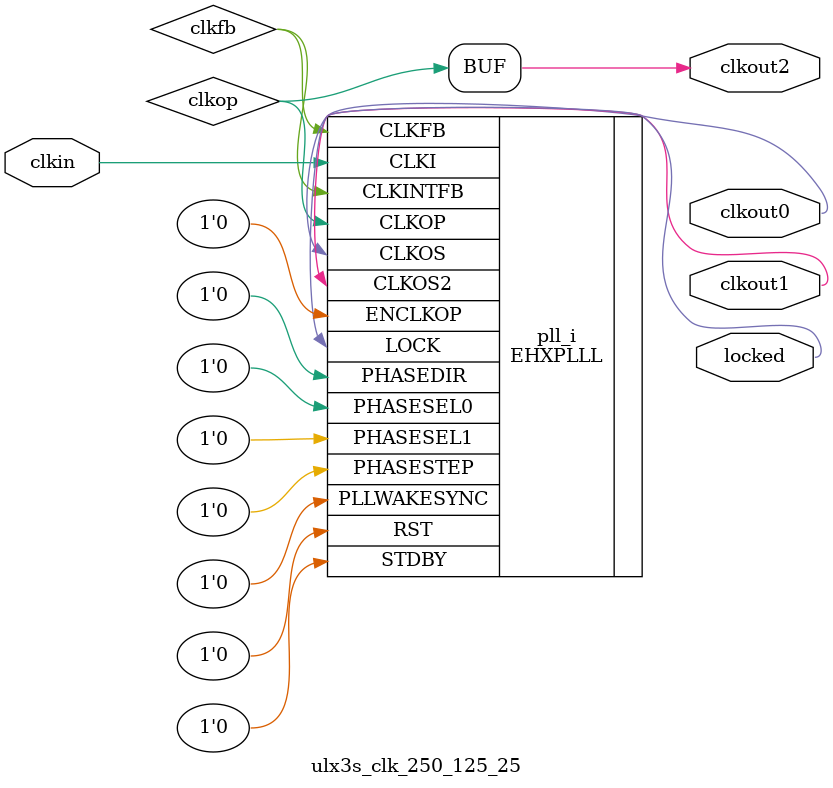
<source format=v>
module ulx3s_clk_250_125_25(
    input  clkin, 
    output clkout0,
    output clkout1,
    output clkout2,
    output locked
);
wire clkfb;
wire clkos;
wire clkop;
(* ICP_CURRENT="12" *) (* LPF_RESISTOR="8" *) (* MFG_ENABLE_FILTEROPAMP="1" *) (* MFG_GMCREF_SEL="2" *)
EHXPLLL #(
        .PLLRST_ENA("DISABLED"),
        .INTFB_WAKE("DISABLED"),
        .STDBY_ENABLE("DISABLED"),
        .DPHASE_SOURCE("DISABLED"),
        .CLKOP_FPHASE(0),
        .CLKOP_CPHASE(0),
        .OUTDIVIDER_MUXA("DIVA"),
        .CLKOP_ENABLE("ENABLED"),
        .CLKOP_DIV(2),
        .CLKOS_ENABLE("ENABLED"),
        .CLKOS_DIV(4),
        .CLKOS_CPHASE(0),
        .CLKOS_FPHASE(0),
        .CLKOS2_ENABLE("ENABLED"),
        .CLKOS2_DIV(20),
        .CLKOS2_CPHASE(0),
        .CLKOS2_FPHASE(0),
        .CLKFB_DIV(10),
        .CLKI_DIV(1),
        .FEEDBK_PATH("INT_OP")
    ) pll_i (
        .CLKI(clkin),
        .CLKFB(clkfb),
        .CLKINTFB(clkfb),
        .CLKOP(clkop),
        .CLKOS(clkout0),
        .CLKOS2(clkout1),
        .RST(1'b0),
        .STDBY(1'b0),
        .PHASESEL0(1'b0),
        .PHASESEL1(1'b0),
        .PHASEDIR(1'b0),
        .PHASESTEP(1'b0),
        .PLLWAKESYNC(1'b0),
        .ENCLKOP(1'b0),
        .LOCK(locked)
	);
assign clkout2 = clkop;
endmodule
</source>
